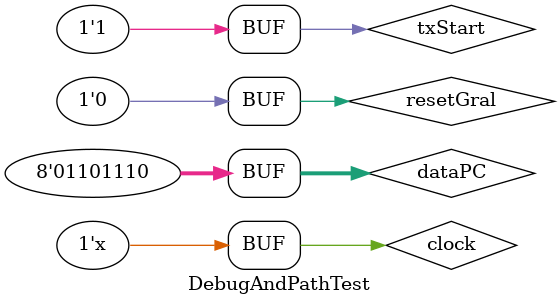
<source format=v>
`timescale 1ns / 1ps


module DebugAndPathTest;

	// Inputs
	reg clock;
	reg resetGral;
	wire uartRxPin;

	// Outputs
	wire uartTxPin;
	wire ALUzero;
	wire ALUOverflow;

	localparam uart_COUNT = 651;
	
	reg txStart=1;
	reg[7:0] dataPC;
	// Instantiate the Unit Under Test (UUT)
	Datapath1 uut (
		.clock(clock), 
		.resetGral(resetGral), 
		.uartRxPin(uartRxPin), 
		.uartTxPin(uartTxPin), 
		.ALUzero(ALUzero), 
		.ALUOverflow(ALUOverflow)
	);
	
	UART_baud_rate_generator #(.COUNT(uart_COUNT*16)) tx_baud_rate(
		.clock(clock),
		.baud_rate(baud_rate_tx)
	);
	
	UART_tx transmisorPC(
	.clock(clock),			// clock de la placa a 50MHz
	.reset(resetGral),
	.s_tick(baud_rate_tx),			// del baud rate generator a 9600bps
	.tx_start(txStart),		// flag de comienzo de envío (LÓGICA NEGATIVA)
	.data_in(dataPC),	// buffer de entrada de datos paralelo
	.tx(uartRxPin),			// salida serie de datos
	.tx_done(txDone)	// flag de finalización de envío
	);

	initial begin
		// Initialize Inputs
		clock = 0;
		resetGral = 1;
		txStart=1;
		// Wait 100 ns for global reset to finish
		#100;
		resetGral=0;
      #100;
		dataPC=115;
		#10;
		txStart=0;
		#5;
		txStart=1;
		#500000;
		dataPC=110;
		#10;
		txStart=0;
		#5;
		txStart=1;
		// Add stimulus here

	end
	
	always begin
		clock=~clock;
		#1;
	end
	
	
      
endmodule


</source>
